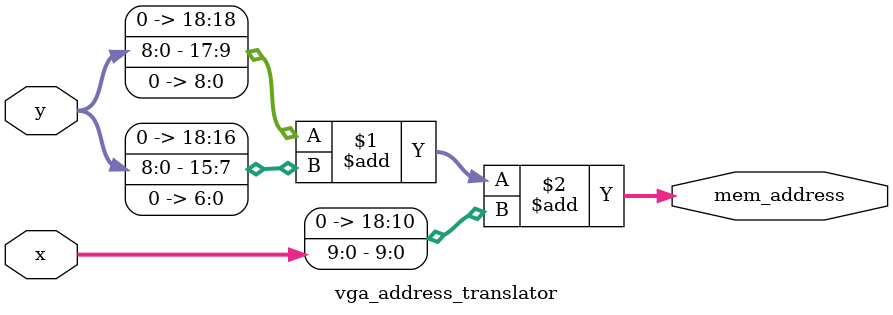
<source format=v>
/* This module converts a user specified coordinates into a memory address.
 * The output of the module depends on the resolution set by the user.
 */
module vga_address_translator(x, y, mem_address);

	parameter RESOLUTION = "640x480";
	input [9:0] x; 
	input [8:0] y;	
	output [18:0] mem_address;
	
	assign mem_address = ({1'b0, y, 9'd0} + {1'b0, y, 7'd0} + {1'b0, x});
	
endmodule

</source>
